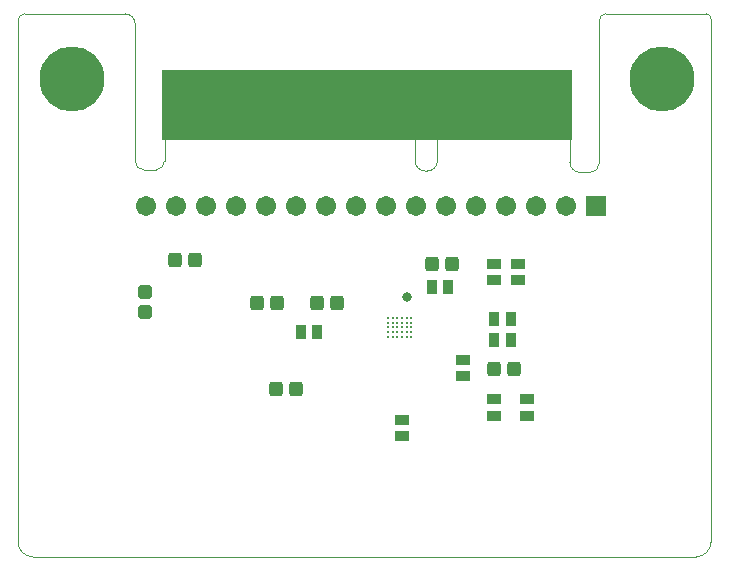
<source format=gts>
G04*
G04 #@! TF.GenerationSoftware,Altium Limited,Altium Designer,22.0.2 (36)*
G04*
G04 Layer_Color=8388736*
%FSLAX25Y25*%
%MOIN*%
G70*
G04*
G04 #@! TF.SameCoordinates,DCB022B7-7615-43C5-B040-C09427D0DDE0*
G04*
G04*
G04 #@! TF.FilePolarity,Negative*
G04*
G01*
G75*
%ADD11C,0.00394*%
%ADD15C,0.00397*%
%ADD18C,0.00945*%
%ADD21R,1.37008X0.23524*%
G04:AMPARAMS|DCode=22|XSize=47.37mil|YSize=43.43mil|CornerRadius=8.43mil|HoleSize=0mil|Usage=FLASHONLY|Rotation=270.000|XOffset=0mil|YOffset=0mil|HoleType=Round|Shape=RoundedRectangle|*
%AMROUNDEDRECTD22*
21,1,0.04737,0.02657,0,0,270.0*
21,1,0.03051,0.04343,0,0,270.0*
1,1,0.01686,-0.01329,-0.01526*
1,1,0.01686,-0.01329,0.01526*
1,1,0.01686,0.01329,0.01526*
1,1,0.01686,0.01329,-0.01526*
%
%ADD22ROUNDEDRECTD22*%
%ADD23R,0.03753X0.04540*%
%ADD24R,0.04540X0.03753*%
G04:AMPARAMS|DCode=25|XSize=47.37mil|YSize=43.43mil|CornerRadius=8.43mil|HoleSize=0mil|Usage=FLASHONLY|Rotation=180.000|XOffset=0mil|YOffset=0mil|HoleType=Round|Shape=RoundedRectangle|*
%AMROUNDEDRECTD25*
21,1,0.04737,0.02657,0,0,180.0*
21,1,0.03051,0.04343,0,0,180.0*
1,1,0.01686,-0.01526,0.01329*
1,1,0.01686,0.01526,0.01329*
1,1,0.01686,0.01526,-0.01329*
1,1,0.01686,-0.01526,-0.01329*
%
%ADD25ROUNDEDRECTD25*%
%ADD26R,0.03556X0.17335*%
%ADD27R,0.03556X0.17335*%
%ADD28R,0.06706X0.06706*%
%ADD29C,0.06706*%
%ADD30C,0.21666*%
%ADD31C,0.02200*%
%ADD32C,0.03200*%
D11*
X39933Y328964D02*
G03*
X36614Y332283I-3319J0D01*
G01*
X3150Y332283D02*
G03*
X886Y330020I0J-2264D01*
G01*
X231886Y327354D02*
G03*
X231890Y327358I0J4D01*
G01*
Y330709D02*
G03*
X230315Y332283I-1575J0D01*
G01*
X196850D02*
G03*
X194658Y330091I0J-2193D01*
G01*
X3150Y332283D02*
X36614D01*
X39933Y290010D02*
Y328964D01*
X886Y325854D02*
Y330020D01*
X196850Y332283D02*
X230315D01*
X194658Y282453D02*
Y330091D01*
X184815Y282902D02*
Y290144D01*
X39933Y283208D02*
Y290010D01*
X49776Y283240D02*
Y290010D01*
X142689Y312634D02*
X182846D01*
X184815Y290144D02*
Y310665D01*
X49776Y290010D02*
Y310665D01*
X51744Y312634D01*
X131272D02*
X133240Y310665D01*
X140720D02*
X142689Y312634D01*
X182846D02*
X184815Y310665D01*
X51744Y312634D02*
X131272D01*
X133240Y283303D02*
Y310665D01*
X140720Y283303D02*
Y310665D01*
D15*
X191605Y279400D02*
G03*
X194658Y282453I0J3053D01*
G01*
X184815Y282902D02*
G03*
X188317Y279400I3501J0D01*
G01*
X137317Y279900D02*
G03*
X140720Y283303I0J3403D01*
G01*
X133240D02*
G03*
X136643Y279900I3403J0D01*
G01*
X46835Y280300D02*
G03*
X49776Y283240I0J2940D01*
G01*
X39933Y283208D02*
G03*
X42841Y280300I2908J0D01*
G01*
X886Y156300D02*
G03*
X5886Y151300I5000J0D01*
G01*
X226890D02*
G03*
X231890Y156300I0J5000D01*
G01*
X42841Y280300D02*
X46835D01*
X188317Y279400D02*
X191605D01*
X136643Y279900D02*
X137317D01*
X886Y156300D02*
Y325854D01*
X5886Y151300D02*
X89300D01*
X226890D01*
X231886Y330709D02*
X231886Y156296D01*
D18*
X132056Y230946D02*
D03*
Y229371D02*
D03*
Y227796D02*
D03*
Y226221D02*
D03*
Y224646D02*
D03*
X130482Y230946D02*
D03*
Y229371D02*
D03*
Y227796D02*
D03*
Y226221D02*
D03*
Y224646D02*
D03*
X128907Y230946D02*
D03*
Y229371D02*
D03*
Y227796D02*
D03*
Y226221D02*
D03*
Y224646D02*
D03*
X127332Y230946D02*
D03*
Y229371D02*
D03*
Y227796D02*
D03*
Y226221D02*
D03*
Y224646D02*
D03*
X125757Y230946D02*
D03*
Y229371D02*
D03*
Y227796D02*
D03*
Y226221D02*
D03*
Y224646D02*
D03*
X124182Y230946D02*
D03*
Y229371D02*
D03*
Y227796D02*
D03*
Y226221D02*
D03*
Y224646D02*
D03*
D21*
X117295Y301856D02*
D03*
D22*
X159653Y214000D02*
D03*
X166347D02*
D03*
X93593Y207100D02*
D03*
X86900D02*
D03*
X60046Y250300D02*
D03*
X53354D02*
D03*
X145546Y248900D02*
D03*
X138854D02*
D03*
X87147Y236000D02*
D03*
X80453D02*
D03*
X100554D02*
D03*
X107246D02*
D03*
D23*
X165100Y223453D02*
D03*
X159588D02*
D03*
X165100Y230453D02*
D03*
X159588D02*
D03*
X100600Y226153D02*
D03*
X95088D02*
D03*
X138744Y241100D02*
D03*
X144256D02*
D03*
D24*
X170444Y203809D02*
D03*
Y198298D02*
D03*
X159444Y203809D02*
D03*
Y198298D02*
D03*
X128944Y196965D02*
D03*
Y191454D02*
D03*
X159544Y249009D02*
D03*
Y243498D02*
D03*
X167544Y248965D02*
D03*
Y243454D02*
D03*
X149144Y216910D02*
D03*
Y211398D02*
D03*
D25*
X43300Y232954D02*
D03*
Y239647D02*
D03*
D26*
X131075Y298854D02*
D03*
X119264D02*
D03*
X115327D02*
D03*
X123201D02*
D03*
X107453D02*
D03*
X127138D02*
D03*
X142886D02*
D03*
X146823D02*
D03*
X158634D02*
D03*
X166508D02*
D03*
X170445D02*
D03*
X154697D02*
D03*
X174382D02*
D03*
X162571D02*
D03*
X150760D02*
D03*
X178319D02*
D03*
X182256D02*
D03*
X52335D02*
D03*
X95642D02*
D03*
X99579D02*
D03*
X103516D02*
D03*
X87768D02*
D03*
X60209D02*
D03*
X68083D02*
D03*
X75957D02*
D03*
X83831D02*
D03*
X64146D02*
D03*
X91705D02*
D03*
X79894D02*
D03*
X72020D02*
D03*
D27*
X111390D02*
D03*
X56272D02*
D03*
D28*
X193500Y268200D02*
D03*
D29*
X183500D02*
D03*
X173500D02*
D03*
X163500D02*
D03*
X153500D02*
D03*
X143500D02*
D03*
X133500D02*
D03*
X123500D02*
D03*
X113500D02*
D03*
X103500D02*
D03*
X93500D02*
D03*
X83500D02*
D03*
X73500D02*
D03*
X63500D02*
D03*
X53500D02*
D03*
X43500D02*
D03*
D30*
X215721Y310665D02*
D03*
X18870D02*
D03*
D31*
X215721Y302445D02*
D03*
X209908Y304852D02*
D03*
X207500Y310665D02*
D03*
X209908Y316478D02*
D03*
X215721Y318886D02*
D03*
D03*
X221533Y316478D02*
D03*
X223941Y310665D02*
D03*
X221533Y304852D02*
D03*
X18870Y302445D02*
D03*
X13057Y304852D02*
D03*
X10649Y310665D02*
D03*
X13057Y316478D02*
D03*
X18870Y318886D02*
D03*
D03*
X24683Y316478D02*
D03*
X27091Y310665D02*
D03*
X24683Y304852D02*
D03*
D32*
X130482Y237754D02*
D03*
M02*

</source>
